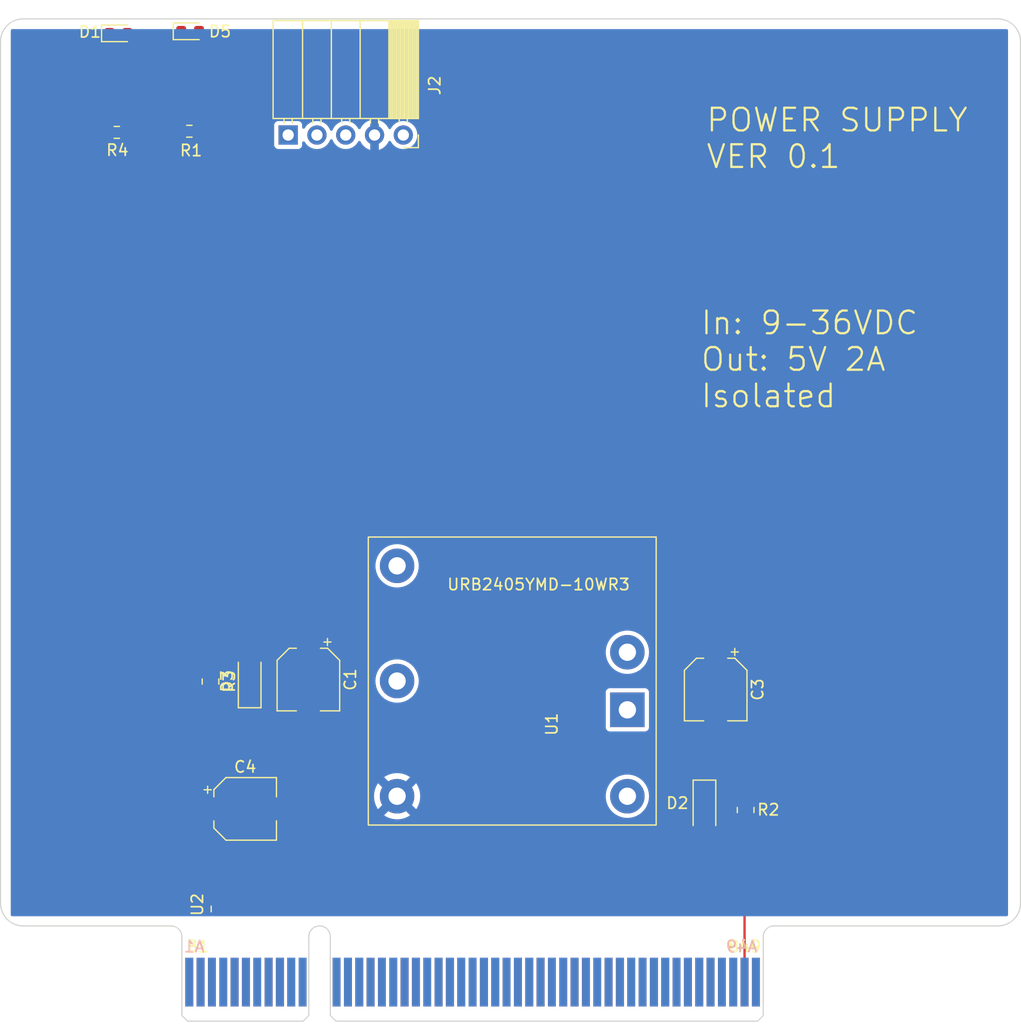
<source format=kicad_pcb>
(kicad_pcb (version 20221018) (generator pcbnew)
  (layers (0 "F.Cu" signal) (31 "B.Cu" signal) (34 "B.Paste" user) (35 "F.Paste" user) (36 "B.SilkS" user "B.Silkscreen") (37 "F.SilkS" user "F.Silkscreen") (38 "B.Mask" user) (39 "F.Mask" user) (44 "Edge.Cuts" user))
  (net 0 "")
  (net 1 "GND")
  (net 2 "Net-(D3-A)")
  (net 13 "Net-(D2-K)")
  (net 14 "/VIN-")
  (net 15 "/+5V")
  (net 16 "/VIN+")
  (net 95 "Net-(D1-A)")
  (net 96 "Net-(D5-A)")
  (footprint "Resistor_SMD:R_0603_1608Metric" (layer "F.Cu") (at 52.1076 -18.3896)
    (fp_text reference "R4" (at 0.0508 1.5748 180) (layer "F.SilkS"))
    (fp_text value "20K")
    (fp_line (start -0.237258 -0.5225) (end 0.237258 -0.5225) (stroke (width 0.12)) (layer "F.SilkS"))
    (fp_line (start -0.237258 0.5225) (end 0.237258 0.5225) (stroke (width 0.12)) (layer "F.SilkS"))
    (pad "1" smd roundrect (at -0.825 0) (size 0.8 0.95) (layers "F.Cu" "F.Paste" "F.Mask") (net 13 "Net-(D2-K)"))
    (pad "2" smd roundrect (at 0.825 0) (size 0.8 0.95) (layers "F.Cu" "F.Paste" "F.Mask") (net 95 "Net-(D1-A)"))
  )
  (footprint "Diode_SMD:D_SOD-123" (layer "F.Cu") (at 103.9622 41.0972 -90)
    (fp_text reference "D2" (at -0.3302 2.3876 -180) (layer "F.SilkS"))
    (fp_text value "B5819W SL")
    (fp_line (start -2.36 -1) (end -2.36 1) (stroke (width 0.12)) (layer "F.SilkS"))
    (fp_line (start -2.36 -1) (end 1.65 -1) (stroke (width 0.12)) (layer "F.SilkS"))
    (fp_line (start -2.36 1) (end 1.65 1) (stroke (width 0.12)) (layer "F.SilkS"))
    (pad "1" smd roundrect (at -1.65 0 270) (size 0.9 1.2) (layers "F.Cu" "F.Paste" "F.Mask") (net 13 "Net-(D2-K)"))
    (pad "2" smd roundrect (at 1.65 0 270) (size 0.9 1.2) (layers "F.Cu" "F.Paste" "F.Mask") (net 16 "/VIN+"))
  )
  (footprint "Resistor_SMD:R_0603_1608Metric" (layer "F.Cu") (at 58.5084 -18.4912 180)
    (fp_text reference "R1" (at -0.1524 -1.7018 180) (layer "F.SilkS"))
    (fp_text value "3K9")
    (fp_line (start -0.237258 -0.5225) (end 0.237258 -0.5225) (stroke (width 0.12)) (layer "F.SilkS"))
    (fp_line (start -0.237258 0.5225) (end 0.237258 0.5225) (stroke (width 0.12)) (layer "F.SilkS"))
    (pad "1" smd roundrect (at -0.825 0 180) (size 0.8 0.95) (layers "F.Cu" "F.Paste" "F.Mask") (net 15 "/+5V"))
    (pad "2" smd roundrect (at 0.825 0 180) (size 0.8 0.95) (layers "F.Cu" "F.Paste" "F.Mask") (net 96 "Net-(D5-A)"))
  )
  (footprint "power_supply:Diodes_UDFN-10_1.0x2.5mm_P0.5mm" (layer "F.Cu") (at 61.7554 49.7135 90)
    (fp_text reference "U2" (at 0 -2.54 90) (layer "F.SilkS"))
    (fp_text value "ESD5344D")
    (fp_line (start -0.14 -1.32) (end -0.64 -1.32) (stroke (width 0.12)) (layer "F.SilkS"))
    (pad "1" smd rect (at -0.4375 -1) (size 0.25 0.675) (layers "F.Cu" "F.Paste" "F.Mask") (net 15 "/+5V"))
    (pad "1" smd rect (at 0.4375 -1) (size 0.25 0.675) (layers "F.Cu" "F.Paste" "F.Mask") (net 15 "/+5V"))
    (pad "2" smd rect (at -0.4375 -0.5) (size 0.25 0.675) (layers "F.Cu" "F.Paste" "F.Mask") (net 15 "/+5V"))
    (pad "2" smd rect (at 0.4375 -0.5) (size 0.25 0.675) (layers "F.Cu" "F.Paste" "F.Mask") (net 15 "/+5V"))
    (pad "3" smd rect (at 0 0) (size 0.4 1.55) (layers "F.Cu" "F.Paste" "F.Mask") (net 1 "GND"))
    (pad "4" smd rect (at -0.4375 0.5) (size 0.25 0.675) (layers "F.Cu" "F.Paste" "F.Mask"))
    (pad "4" smd rect (at 0.4375 0.5) (size 0.25 0.675) (layers "F.Cu" "F.Paste" "F.Mask"))
    (pad "5" smd rect (at -0.4375 1) (size 0.25 0.675) (layers "F.Cu" "F.Paste" "F.Mask"))
    (pad "5" smd rect (at 0.4375 1) (size 0.25 0.675) (layers "F.Cu" "F.Paste" "F.Mask"))
  )
  (footprint "power_supply:PinSocket_1x05_P2.54mm_Horizontal" (layer "F.Cu") (at 77.3884 -18.1552 -90)
    (fp_text reference "J2" (at -4.38 -2.77 -90) (layer "F.SilkS"))
    (fp_text value "Conn_01x05_Socket")
    (fp_line (start -10.09 -1.33) (end -10.09 11.49) (stroke (width 0.12)) (layer "F.SilkS"))
    (fp_line (start -10.09 -1.33) (end -1.46 -1.33) (stroke (width 0.12)) (layer "F.SilkS"))
    (fp_line (start -10.09 -1.21) (end -1.46 -1.21) (stroke (width 0.12)) (layer "F.SilkS"))
    (fp_line (start -10.09 -1.091905) (end -1.46 -1.091905) (stroke (width 0.12)) (layer "F.SilkS"))
    (fp_line (start -10.09 -0.97381) (end -1.46 -0.97381) (stroke (width 0.12)) (layer "F.SilkS"))
    (fp_line (start -10.09 -0.855715) (end -1.46 -0.855715) (stroke (width 0.12)) (layer "F.SilkS"))
    (fp_line (start -10.09 -0.73762) (end -1.46 -0.73762) (stroke (width 0.12)) (layer "F.SilkS"))
    (fp_line (start -10.09 -0.619525) (end -1.46 -0.619525) (stroke (width 0.12)) (layer "F.SilkS"))
    (fp_line (start -10.09 -0.50143) (end -1.46 -0.50143) (stroke (width 0.12)) (layer "F.SilkS"))
    (fp_line (start -10.09 -0.383335) (end -1.46 -0.383335) (stroke (width 0.12)) (layer "F.SilkS"))
    (fp_line (start -10.09 -0.26524) (end -1.46 -0.26524) (stroke (width 0.12)) (layer "F.SilkS"))
    (fp_line (start -10.09 -0.147145) (end -1.46 -0.147145) (stroke (width 0.12)) (layer "F.SilkS"))
    (fp_line (start -10.09 -0.02905) (end -1.46 -0.02905) (stroke (width 0.12)) (layer "F.SilkS"))
    (fp_line (start -10.09 0.089045) (end -1.46 0.089045) (stroke (width 0.12)) (layer "F.SilkS"))
    (fp_line (start -10.09 0.20714) (end -1.46 0.20714) (stroke (width 0.12)) (layer "F.SilkS"))
    (fp_line (start -10.09 0.325235) (end -1.46 0.325235) (stroke (width 0.12)) (layer "F.SilkS"))
    (fp_line (start -10.09 0.44333) (end -1.46 0.44333) (stroke (width 0.12)) (layer "F.SilkS"))
    (fp_line (start -10.09 0.561425) (end -1.46 0.561425) (stroke (width 0.12)) (layer "F.SilkS"))
    (fp_line (start -10.09 0.67952) (end -1.46 0.67952) (stroke (width 0.12)) (layer "F.SilkS"))
    (fp_line (start -10.09 0.797615) (end -1.46 0.797615) (stroke (width 0.12)) (layer "F.SilkS"))
    (fp_line (start -10.09 0.91571) (end -1.46 0.91571) (stroke (width 0.12)) (layer "F.SilkS"))
    (fp_line (start -10.09 1.033805) (end -1.46 1.033805) (stroke (width 0.12)) (layer "F.SilkS"))
    (fp_line (start -10.09 1.1519) (end -1.46 1.1519) (stroke (width 0.12)) (layer "F.SilkS"))
    (fp_line (start -10.09 1.27) (end -1.46 1.27) (stroke (width 0.12)) (layer "F.SilkS"))
    (fp_line (start -10.09 3.81) (end -1.46 3.81) (stroke (width 0.12)) (layer "F.SilkS"))
    (fp_line (start -10.09 6.35) (end -1.46 6.35) (stroke (width 0.12)) (layer "F.SilkS"))
    (fp_line (start -10.09 8.89) (end -1.46 8.89) (stroke (width 0.12)) (layer "F.SilkS"))
    (fp_line (start -10.09 11.49) (end -1.46 11.49) (stroke (width 0.12)) (layer "F.SilkS"))
    (fp_line (start -1.46 -1.33) (end -1.46 11.49) (stroke (width 0.12)) (layer "F.SilkS"))
    (fp_line (start -1.46 -0.36) (end -1.11 -0.36) (stroke (width 0.12)) (layer "F.SilkS"))
    (fp_line (start -1.46 0.36) (end -1.11 0.36) (stroke (width 0.12)) (layer "F.SilkS"))
    (fp_line (start -1.46 2.18) (end -1.05 2.18) (stroke (width 0.12)) (layer "F.SilkS"))
    (fp_line (start -1.46 2.9) (end -1.05 2.9) (stroke (width 0.12)) (layer "F.SilkS"))
    (fp_line (start -1.46 4.72) (end -1.05 4.72) (stroke (width 0.12)) (layer "F.SilkS"))
    (fp_line (start -1.46 5.44) (end -1.05 5.44) (stroke (width 0.12)) (layer "F.SilkS"))
    (fp_line (start -1.46 7.26) (end -1.05 7.26) (stroke (width 0.12)) (layer "F.SilkS"))
    (fp_line (start -1.46 7.98) (end -1.05 7.98) (stroke (width 0.12)) (layer "F.SilkS"))
    (fp_line (start -1.46 9.8) (end -1.05 9.8) (stroke (width 0.12)) (layer "F.SilkS"))
    (fp_line (start -1.46 10.52) (end -1.05 10.52) (stroke (width 0.12)) (layer "F.SilkS"))
    (fp_line (start 0 -1.33) (end 1.11 -1.33) (stroke (width 0.12)) (layer "F.SilkS"))
    (fp_line (start 1.11 -1.33) (end 1.11 0) (stroke (width 0.12)) (layer "F.SilkS"))
    (pad "1" thru_hole rect (at 0 10.16 270) (size 1.7 1.7) (drill 1) (layers "*.Cu" "*.Mask") (net 14 "/VIN-"))
    (pad "2" thru_hole oval (at 0 7.62 270) (size 1.7 1.7) (drill 1) (layers "*.Cu" "*.Mask") (net 16 "/VIN+"))
    (pad "3" thru_hole oval (at 0 5.08 270) (size 1.7 1.7) (drill 1) (layers "*.Cu" "*.Mask"))
    (pad "4" thru_hole oval (at 0 2.54 270) (size 1.7 1.7) (drill 1) (layers "*.Cu" "*.Mask") (net 1 "GND"))
    (pad "5" thru_hole circle (at 0 0 270) (size 1.7 1.7) (drill 1) (layers "*.Cu" "*.Mask") (net 15 "/+5V"))
  )
  (footprint "power_supply:CP_Elec_5x5.4_JLCPCB" (layer "F.Cu") (at 104.9528 30.7496 90)
    (fp_text reference "C3" (at 0 3.7 90) (layer "F.SilkS"))
    (fp_text value "100uf 35V")
    (fp_line (start -2.76 -2.76) (end -2.76 -1.06) (stroke (width 0.12)) (layer "F.SilkS"))
    (fp_line (start -2.76 2.76) (end -2.76 1.06) (stroke (width 0.12)) (layer "F.SilkS"))
    (fp_line (start 1.695563 -2.76) (end -2.76 -2.76) (stroke (width 0.12)) (layer "F.SilkS"))
    (fp_line (start 1.695563 2.76) (end -2.76 2.76) (stroke (width 0.12)) (layer "F.SilkS"))
    (fp_line (start 2.76 -1.695563) (end 1.695563 -2.76) (stroke (width 0.12)) (layer "F.SilkS"))
    (fp_line (start 2.76 -1.695563) (end 2.76 -1.06) (stroke (width 0.12)) (layer "F.SilkS"))
    (fp_line (start 2.76 1.695563) (end 1.695563 2.76) (stroke (width 0.12)) (layer "F.SilkS"))
    (fp_line (start 2.76 1.695563) (end 2.76 1.06) (stroke (width 0.12)) (layer "F.SilkS"))
    (fp_line (start 3.3125 1.9975) (end 3.3125 1.3725) (stroke (width 0.12)) (layer "F.SilkS"))
    (fp_line (start 3.625 1.685) (end 3 1.685) (stroke (width 0.12)) (layer "F.SilkS"))
    (pad "1" smd roundrect (at 2.2 0 270) (size 3 1.6) (layers "F.Cu" "F.Paste" "F.Mask") (roundrect_rratio 0.15625) (net 13 "Net-(D2-K)"))
    (pad "2" smd roundrect (at -2.2 0 270) (size 3 1.6) (layers "F.Cu" "F.Paste" "F.Mask") (roundrect_rratio 0.15625) (net 14 "/VIN-"))
  )
  (footprint "LED_SMD:LED_0603_1608Metric" (layer "F.Cu") (at 52.2478 -27.1272)
    (fp_text reference "D1" (at -2.5146 -0.127 180) (layer "F.SilkS"))
    (fp_text value "LED")
    (fp_line (start -1.485 -0.735) (end -1.485 0.735) (stroke (width 0.12)) (layer "F.SilkS"))
    (fp_line (start -1.485 0.735) (end 0.8 0.735) (stroke (width 0.12)) (layer "F.SilkS"))
    (fp_line (start 0.8 -0.735) (end -1.485 -0.735) (stroke (width 0.12)) (layer "F.SilkS"))
    (pad "1" smd roundrect (at -0.7875 0) (size 0.875 0.95) (layers "F.Cu" "F.Paste" "F.Mask") (net 14 "/VIN-"))
    (pad "2" smd roundrect (at 0.7875 0) (size 0.875 0.95) (layers "F.Cu" "F.Paste" "F.Mask") (net 95 "Net-(D1-A)"))
  )
  (footprint "Resistor_SMD:R_0805_2012Metric" (layer "F.Cu") (at 60.3758 30.0463 -90)
    (fp_text reference "R3" (at 0 -1.65 90) (layer "F.SilkS"))
    (fp_text value "0R")
    (fp_line (start -0.227064 -0.735) (end 0.227064 -0.735) (stroke (width 0.12)) (layer "F.SilkS"))
    (fp_line (start -0.227064 0.735) (end 0.227064 0.735) (stroke (width 0.12)) (layer "F.SilkS"))
    (pad "1" smd roundrect (at -0.9125 0 270) (size 1.025 1.4) (layers "F.Cu" "F.Paste" "F.Mask") (roundrect_rratio 0.243902) (net 2 "Net-(D3-A)"))
    (pad "2" smd roundrect (at 0.9125 0 270) (size 1.025 1.4) (layers "F.Cu" "F.Paste" "F.Mask") (roundrect_rratio 0.243902) (net 15 "/+5V"))
  )
  (footprint "power_supply:pcie_98_edge" (layer "F.Cu") (at 70 60)
    (fp_text reference "J1" hide)
    (fp_text value "pcie_98")
    (fp_text user "A1" (at -10.06 -6 unlocked) (layer "B.SilkS") (effects (justify left bottom mirror)))
    (fp_text user "A49" (at 38.73 -6 unlocked) (layer "B.SilkS") (effects (justify left bottom mirror)))
    (fp_text user "B1" (at -11.82 -6 unlocked) (layer "F.SilkS") (effects (justify left bottom)))
    (fp_text user "B49" (at 35.93 -6 unlocked) (layer "F.SilkS") (effects (justify left bottom)))
    (fp_line (start -12.15 -7.45) (end -12.15 -0.5) (stroke (width 0.1)) (layer "Edge.Cuts"))
    (fp_line (start -12.15 -0.5) (end -11.65 0) (stroke (width 0.1)) (layer "Edge.Cuts"))
    (fp_line (start -11.65 0) (end -1.45 0) (stroke (width 0.1)) (layer "Edge.Cuts"))
    (fp_line (start -0.95 -7.45) (end -0.95 -0.5) (stroke (width 0.1)) (layer "Edge.Cuts"))
    (fp_line (start -0.95 -0.5) (end -1.45 0) (stroke (width 0.1)) (layer "Edge.Cuts"))
    (fp_line (start 0.95 -7.45) (end 0.95 -0.5) (stroke (width 0.1)) (layer "Edge.Cuts"))
    (fp_line (start 0.95 -0.5) (end 1.45 0) (stroke (width 0.1)) (layer "Edge.Cuts"))
    (fp_line (start 1.45 0) (end 38.65 0) (stroke (width 0.1)) (layer "Edge.Cuts"))
    (fp_line (start 39.15 -7.45) (end 39.15 -0.5) (stroke (width 0.1)) (layer "Edge.Cuts"))
    (fp_line (start 39.15 -0.5) (end 38.65 0) (stroke (width 0.1)) (layer "Edge.Cuts"))
    (fp_arc (start -13.1 -8.4) (mid -12.428248 -8.121752) (end -12.15 -7.45) (stroke (width 0.1)) (layer "Edge.Cuts"))
    (fp_arc (start -0.95 -7.45) (mid 0 -8.4) (end 0.95 -7.45) (stroke (width 0.1)) (layer "Edge.Cuts"))
    (fp_arc (start 39.15 -7.45) (mid 39.428249 -8.121751) (end 40.1 -8.4) (stroke (width 0.1)) (layer "Edge.Cuts"))
    (pad "A1" connect rect locked (at -11.5 -3.45) (size 0.7 4.3) (layers "B.Cu" "B.Mask") (net 1 "GND"))
    (pad "A2" connect rect locked (at -10.5 -3.45) (size 0.7 4.3) (layers "B.Cu" "B.Mask") (net 1 "GND"))
    (pad "A3" connect rect locked (at -9.5 -3.45) (size 0.7 4.3) (layers "B.Cu" "B.Mask") (net 1 "GND"))
    (pad "A4" connect rect locked (at -8.5 -3.45) (size 0.7 4.3) (layers "B.Cu" "B.Mask") (net 1 "GND"))
    (pad "A5" connect rect locked (at -7.5 -3.45) (size 0.7 4.3) (layers "B.Cu" "B.Mask"))
    (pad "A6" connect rect locked (at -6.5 -3.45) (size 0.7 4.3) (layers "B.Cu" "B.Mask"))
    (pad "A7" connect rect locked (at -5.5 -3.45) (size 0.7 4.3) (layers "B.Cu" "B.Mask"))
    (pad "A8" connect rect locked (at -4.5 -3.45) (size 0.7 4.3) (layers "B.Cu" "B.Mask"))
    (pad "A9" connect rect locked (at -3.5 -3.45) (size 0.7 4.3) (layers "B.Cu" "B.Mask"))
    (pad "A10" connect rect locked (at -2.5 -3.45) (size 0.7 4.3) (layers "B.Cu" "B.Mask"))
    (pad "A11" connect rect locked (at -1.5 -3.45) (size 0.7 4.3) (layers "B.Cu" "B.Mask"))
    (pad "A12" connect rect locked (at 1.5 -3.45) (size 0.7 4.3) (layers "B.Cu" "B.Mask"))
    (pad "A13" connect rect locked (at 2.5 -3.45) (size 0.7 4.3) (layers "B.Cu" "B.Mask"))
    (pad "A14" connect rect locked (at 3.5 -3.45) (size 0.7 4.3) (layers "B.Cu" "B.Mask"))
    (pad "A15" connect rect locked (at 4.5 -3.45) (size 0.7 4.3) (layers "B.Cu" "B.Mask"))
    (pad "A16" connect rect locked (at 5.5 -3.45) (size 0.7 4.3) (layers "B.Cu" "B.Mask"))
    (pad "A17" connect rect locked (at 6.5 -3.45) (size 0.7 4.3) (layers "B.Cu" "B.Mask"))
    (pad "A18" connect rect locked (at 7.5 -3.45) (size 0.7 4.3) (layers "B.Cu" "B.Mask"))
    (pad "A19" connect rect locked (at 8.5 -3.45) (size 0.7 4.3) (layers "B.Cu" "B.Mask"))
    (pad "A20" connect rect locked (at 9.5 -3.45) (size 0.7 4.3) (layers "B.Cu" "B.Mask"))
    (pad "A21" connect rect locked (at 10.5 -3.45) (size 0.7 4.3) (layers "B.Cu" "B.Mask"))
    (pad "A22" connect rect locked (at 11.5 -3.45) (size 0.7 4.3) (layers "B.Cu" "B.Mask"))
    (pad "A23" connect rect locked (at 12.5 -3.45) (size 0.7 4.3) (layers "B.Cu" "B.Mask"))
    (pad "A24" connect rect locked (at 13.5 -3.45) (size 0.7 4.3) (layers "B.Cu" "B.Mask"))
    (pad "A25" connect rect locked (at 14.5 -3.45) (size 0.7 4.3) (layers "B.Cu" "B.Mask"))
    (pad "A26" connect rect locked (at 15.5 -3.45) (size 0.7 4.3) (layers "B.Cu" "B.Mask"))
    (pad "A27" connect rect locked (at 16.5 -3.45) (size 0.7 4.3) (layers "B.Cu" "B.Mask"))
    (pad "A28" connect rect locked (at 17.5 -3.45) (size 0.7 4.3) (layers "B.Cu" "B.Mask"))
    (pad "A29" connect rect locked (at 18.5 -3.45) (size 0.7 4.3) (layers "B.Cu" "B.Mask"))
    (pad "A30" connect rect locked (at 19.5 -3.45) (size 0.7 4.3) (layers "B.Cu" "B.Mask"))
    (pad "A31" connect rect locked (at 20.5 -3.45) (size 0.7 4.3) (layers "B.Cu" "B.Mask"))
    (pad "A32" connect rect locked (at 21.5 -3.45) (size 0.7 4.3) (layers "B.Cu" "B.Mask"))
    (pad "A33" connect rect locked (at 22.5 -3.45) (size 0.7 4.3) (layers "B.Cu" "B.Mask"))
    (pad "A34" connect rect locked (at 23.5 -3.45) (size 0.7 4.3) (layers "B.Cu" "B.Mask"))
    (pad "A35" connect rect locked (at 24.5 -3.45) (size 0.7 4.3) (layers "B.Cu" "B.Mask"))
    (pad "A36" connect rect locked (at 25.5 -3.45) (size 0.7 4.3) (layers "B.Cu" "B.Mask"))
    (pad "A37" connect rect locked (at 26.5 -3.45) (size 0.7 4.3) (layers "B.Cu" "B.Mask"))
    (pad "A38" connect rect locked (at 27.5 -3.45) (size 0.7 4.3) (layers "B.Cu" "B.Mask"))
    (pad "A39" connect rect locked (at 28.5 -3.45) (size 0.7 4.3) (layers "B.Cu" "B.Mask"))
    (pad "A40" connect rect locked (at 29.5 -3.45) (size 0.7 4.3) (layers "B.Cu" "B.Mask"))
    (pad "A41" connect rect locked (at 30.5 -3.45) (size 0.7 4.3) (layers "B.Cu" "B.Mask"))
    (pad "A42" connect rect locked (at 31.5 -3.45) (size 0.7 4.3) (layers "B.Cu" "B.Mask"))
    (pad "A43" connect rect locked (at 32.5 -3.45) (size 0.7 4.3) (layers "B.Cu" "B.Mask"))
    (pad "A44" connect rect locked (at 33.5 -3.45) (size 0.7 4.3) (layers "B.Cu" "B.Mask"))
    (pad "A45" connect rect locked (at 34.5 -3.45) (size 0.7 4.3) (layers "B.Cu" "B.Mask"))
    (pad "A46" connect rect locked (at 35.5 -3.45) (size 0.7 4.3) (layers "B.Cu" "B.Mask"))
    (pad "A47" connect rect locked (at 36.5 -3.45) (size 0.7 4.3) (layers "B.Cu" "B.Mask"))
    (pad "A48" connect rect locked (at 37.5 -3.45) (size 0.7 4.3) (layers "B.Cu" "B.Mask") (net 14 "/VIN-"))
    (pad "A49" connect rect locked (at 38.5 -3.45) (size 0.7 4.3) (layers "B.Cu" "B.Mask") (net 14 "/VIN-"))
    (pad "B1" connect rect locked (at -11.5 -3.45) (size 0.7 4.3) (layers "F.Cu" "F.Mask") (net 15 "/+5V"))
    (pad "B2" connect rect locked (at -10.5 -3.45) (size 0.7 4.3) (layers "F.Cu" "F.Mask") (net 15 "/+5V"))
    (pad "B3" connect rect locked (at -9.5 -3.45) (size 0.7 4.3) (layers "F.Cu" "F.Mask") (net 15 "/+5V"))
    (pad "B4" connect rect locked (at -8.5 -3.45) (size 0.7 4.3) (layers "F.Cu" "F.Mask") (net 15 "/+5V"))
    (pad "B5" connect rect locked (at -7.5 -3.45) (size 0.7 4.3) (layers "F.Cu" "F.Mask"))
    (pad "B6" connect rect locked (at -6.5 -3.45) (size 0.7 4.3) (layers "F.Cu" "F.Mask"))
    (pad "B7" connect rect locked (at -5.5 -3.45) (size 0.7 4.3) (layers "F.Cu" "F.Mask"))
    (pad "B8" connect rect locked (at -4.5 -3.45) (size 0.7 4.3) (layers "F.Cu" "F.Mask"))
    (pad "B9" connect rect locked (at -3.5 -3.45) (size 0.7 4.3) (layers "F.Cu" "F.Mask"))
    (pad "B10" connect rect locked (at -2.5 -3.45) (size 0.7 4.3) (layers "F.Cu" "F.Mask"))
    (pad "B11" connect rect locked (at -1.5 -3.45) (size 0.7 4.3) (layers "F.Cu" "F.Mask"))
    (pad "B12" connect rect locked (at 1.5 -3.45) (size 0.7 4.3) (layers "F.Cu" "F.Mask"))
    (pad "B13" connect rect locked (at 2.5 -3.45) (size 0.7 4.3) (layers "F.Cu" "F.Mask"))
    (pad "B14" connect rect locked (at 3.5 -3.45) (size 0.7 4.3) (layers "F.Cu" "F.Mask"))
    (pad "B15" connect rect locked (at 4.5 -3.45) (size 0.7 4.3) (layers "F.Cu" "F.Mask"))
    (pad "B16" connect rect locked (at 5.5 -3.45) (size 0.7 4.3) (layers "F.Cu" "F.Mask"))
    (pad "B17" connect rect locked (at 6.5 -3.45) (size 0.7 4.3) (layers "F.Cu" "F.Mask"))
    (pad "B18" connect rect locked (at 7.5 -3.45) (size 0.7 4.3) (layers "F.Cu" "F.Mask"))
    (pad "B19" connect rect locked (at 8.5 -3.45) (size 0.7 4.3) (layers "F.Cu" "F.Mask"))
    (pad "B20" connect rect locked (at 9.5 -3.45) (size 0.7 4.3) (layers "F.Cu" "F.Mask"))
    (pad "B21" connect rect locked (at 10.5 -3.45) (size 0.7 4.3) (layers "F.Cu" "F.Mask"))
    (pad "B22" connect rect locked (at 11.5 -3.45) (size 0.7 4.3) (layers "F.Cu" "F.Mask"))
    (pad "B23" connect rect locked (at 12.5 -3.45) (size 0.7 4.3) (layers "F.Cu" "F.Mask"))
    (pad "B24" connect rect locked (at 13.5 -3.45) (size 0.7 4.3) (layers "F.Cu" "F.Mask"))
    (pad "B25" connect rect locked (at 14.5 -3.45) (size 0.7 4.3) (layers "F.Cu" "F.Mask"))
    (pad "B26" connect rect locked (at 15.5 -3.45) (size 0.7 4.3) (layers "F.Cu" "F.Mask"))
    (pad "B27" connect rect locked (at 16.5 -3.45) (size 0.7 4.3) (layers "F.Cu" "F.Mask"))
    (pad "B28" connect rect locked (at 17.5 -3.45) (size 0.7 4.3) (layers "F.Cu" "F.Mask"))
    (pad "B29" connect rect locked (at 18.5 -3.45) (size 0.7 4.3) (layers "F.Cu" "F.Mask"))
    (pad "B30" connect rect locked (at 19.5 -3.45) (size 0.7 4.3) (layers "F.Cu" "F.Mask"))
    (pad "B31" connect rect locked (at 20.5 -3.45) (size 0.7 4.3) (layers "F.Cu" "F.Mask"))
    (pad "B32" connect rect locked (at 21.5 -3.45) (size 0.7 4.3) (layers "F.Cu" "F.Mask"))
    (pad "B33" connect rect locked (at 22.5 -3.45) (size 0.7 4.3) (layers "F.Cu" "F.Mask"))
    (pad "B34" connect rect locked (at 23.5 -3.45) (size 0.7 4.3) (layers "F.Cu" "F.Mask"))
    (pad "B35" connect rect locked (at 24.5 -3.45) (size 0.7 4.3) (layers "F.Cu" "F.Mask"))
    (pad "B36" connect rect locked (at 25.5 -3.45) (size 0.7 4.3) (layers "F.Cu" "F.Mask"))
    (pad "B37" connect rect locked (at 26.5 -3.45) (size 0.7 4.3) (layers "F.Cu" "F.Mask"))
    (pad "B38" connect rect locked (at 27.5 -3.45) (size 0.7 4.3) (layers "F.Cu" "F.Mask"))
    (pad "B39" connect rect locked (at 28.5 -3.45) (size 0.7 4.3) (layers "F.Cu" "F.Mask"))
    (pad "B40" connect rect locked (at 29.5 -3.45) (size 0.7 4.3) (layers "F.Cu" "F.Mask"))
    (pad "B41" connect rect locked (at 30.5 -3.45) (size 0.7 4.3) (layers "F.Cu" "F.Mask"))
    (pad "B42" connect rect locked (at 31.5 -3.45) (size 0.7 4.3) (layers "F.Cu" "F.Mask"))
    (pad "B43" connect rect locked (at 32.5 -3.45) (size 0.7 4.3) (layers "F.Cu" "F.Mask"))
    (pad "B44" connect rect locked (at 33.5 -3.45) (size 0.7 4.3) (layers "F.Cu" "F.Mask"))
    (pad "B45" connect rect locked (at 34.5 -3.45) (size 0.7 4.3) (layers "F.Cu" "F.Mask"))
    (pad "B46" connect rect locked (at 35.5 -3.45) (size 0.7 4.3) (layers "F.Cu" "F.Mask"))
    (pad "B47" connect rect locked (at 36.5 -3.45) (size 0.7 4.3) (layers "F.Cu" "F.Mask"))
    (pad "B48" connect rect locked (at 37.5 -3.45) (size 0.7 4.3) (layers "F.Cu" "F.Mask") (net 16 "/VIN+"))
    (pad "B49" connect rect locked (at 38.5 -3.45) (size 0.7 4.3) (layers "F.Cu" "F.Mask") (net 16 "/VIN+"))
  )
  (footprint "LED_SMD:LED_0603_1608Metric" (layer "F.Cu") (at 58.5724 -27.305)
    (fp_text reference "D5" (at 2.6416 0.0254 180) (layer "F.SilkS"))
    (fp_text value "LED")
    (fp_line (start -1.485 -0.735) (end -1.485 0.735) (stroke (width 0.12)) (layer "F.SilkS"))
    (fp_line (start -1.485 0.735) (end 0.8 0.735) (stroke (width 0.12)) (layer "F.SilkS"))
    (fp_line (start 0.8 -0.735) (end -1.485 -0.735) (stroke (width 0.12)) (layer "F.SilkS"))
    (pad "1" smd roundrect (at -0.7875 0) (size 0.875 0.95) (layers "F.Cu" "F.Paste" "F.Mask") (net 1 "GND"))
    (pad "2" smd roundrect (at 0.7875 0) (size 0.875 0.95) (layers "F.Cu" "F.Paste" "F.Mask") (net 96 "Net-(D5-A)"))
  )
  (footprint "power_supply:CP_Elec_5x5.4_JLCPCB" (layer "F.Cu") (at 69.0118 29.8704 90)
    (fp_text reference "C1" (at 0 3.7 90) (layer "F.SilkS"))
    (fp_text value "100uf")
    (fp_line (start -2.76 -2.76) (end -2.76 -1.06) (stroke (width 0.12)) (layer "F.SilkS"))
    (fp_line (start -2.76 2.76) (end -2.76 1.06) (stroke (width 0.12)) (layer "F.SilkS"))
    (fp_line (start 1.695563 -2.76) (end -2.76 -2.76) (stroke (width 0.12)) (layer "F.SilkS"))
    (fp_line (start 1.695563 2.76) (end -2.76 2.76) (stroke (width 0.12)) (layer "F.SilkS"))
    (fp_line (start 2.76 -1.695563) (end 1.695563 -2.76) (stroke (width 0.12)) (layer "F.SilkS"))
    (fp_line (start 2.76 -1.695563) (end 2.76 -1.06) (stroke (width 0.12)) (layer "F.SilkS"))
    (fp_line (start 2.76 1.695563) (end 1.695563 2.76) (stroke (width 0.12)) (layer "F.SilkS"))
    (fp_line (start 2.76 1.695563) (end 2.76 1.06) (stroke (width 0.12)) (layer "F.SilkS"))
    (fp_line (start 3.3125 1.9975) (end 3.3125 1.3725) (stroke (width 0.12)) (layer "F.SilkS"))
    (fp_line (start 3.625 1.685) (end 3 1.685) (stroke (width 0.12)) (layer "F.SilkS"))
    (pad "1" smd roundrect (at 2.2 0 270) (size 3 1.6) (layers "F.Cu" "F.Paste" "F.Mask") (roundrect_rratio 0.15625) (net 2 "Net-(D3-A)"))
    (pad "2" smd roundrect (at -2.2 0 270) (size 3 1.6) (layers "F.Cu" "F.Paste" "F.Mask") (roundrect_rratio 0.15625) (net 1 "GND"))
  )
  (footprint "Diode_SMD:D_SOD-123" (layer "F.Cu") (at 63.8302 29.9974 90)
    (fp_text reference "D3" (at 0 -2 90) (layer "F.SilkS"))
    (fp_text value "B5819W SL")
    (fp_line (start -2.36 -1) (end -2.36 1) (stroke (width 0.12)) (layer "F.SilkS"))
    (fp_line (start -2.36 -1) (end 1.65 -1) (stroke (width 0.12)) (layer "F.SilkS"))
    (fp_line (start -2.36 1) (end 1.65 1) (stroke (width 0.12)) (layer "F.SilkS"))
    (pad "1" smd roundrect (at -1.65 0 90) (size 0.9 1.2) (layers "F.Cu" "F.Paste" "F.Mask") (net 15 "/+5V"))
    (pad "2" smd roundrect (at 1.65 0 90) (size 0.9 1.2) (layers "F.Cu" "F.Paste" "F.Mask") (net 2 "Net-(D3-A)"))
  )
  (footprint "power_supply:DCDC" (layer "F.Cu") (at 87 30 -90)
    (fp_text reference "U1" (at 3.81 -3.49 90) (layer "F.SilkS"))
    (fp_text value "URB2405YMD-10WR3")
    (fp_rect (start -12.7 -12.7) (end 12.7 12.7) (stroke (width 0.12)) (fill none) (layer "F.SilkS"))
    (pad "1" thru_hole rect (at 2.54 -10.16 270) (size 3.048 3.048) (drill 1.524) (layers "*.Cu" "*.Mask") (net 14 "/VIN-"))
    (pad "2" thru_hole circle (at -2.54 -10.16 270) (size 3.048 3.048) (drill 1.524) (layers "*.Cu" "*.Mask") (net 13 "Net-(D2-K)"))
    (pad "3" thru_hole circle (at -10.16 10.16 270) (size 3.048 3.048) (drill 1.524) (layers "*.Cu" "*.Mask") (net 2 "Net-(D3-A)"))
    (pad "4" thru_hole circle (at 0 10.16 270) (size 3.048 3.048) (drill 1.524) (layers "*.Cu" "*.Mask"))
    (pad "5" thru_hole circle (at 10.16 10.16 270) (size 3.048 3.048) (drill 1.524) (layers "*.Cu" "*.Mask") (net 1 "GND"))
    (pad "6" thru_hole circle (at 10.16 -10.16 270) (size 3.048 3.048) (drill 1.524) (layers "*.Cu" "*.Mask"))
  )
  (footprint "power_supply:CP_Elec_5x5.4_JLCPCB" (layer "F.Cu") (at 63.4336 41.275 180)
    (fp_text reference "C4" (at 0 3.7) (layer "F.SilkS"))
    (fp_text value "100uf")
    (fp_line (start -2.76 -2.76) (end -2.76 -1.06) (stroke (width 0.12)) (layer "F.SilkS"))
    (fp_line (start -2.76 2.76) (end -2.76 1.06) (stroke (width 0.12)) (layer "F.SilkS"))
    (fp_line (start 1.695563 -2.76) (end -2.76 -2.76) (stroke (width 0.12)) (layer "F.SilkS"))
    (fp_line (start 1.695563 2.76) (end -2.76 2.76) (stroke (width 0.12)) (layer "F.SilkS"))
    (fp_line (start 2.76 -1.695563) (end 1.695563 -2.76) (stroke (width 0.12)) (layer "F.SilkS"))
    (fp_line (start 2.76 -1.695563) (end 2.76 -1.06) (stroke (width 0.12)) (layer "F.SilkS"))
    (fp_line (start 2.76 1.695563) (end 1.695563 2.76) (stroke (width 0.12)) (layer "F.SilkS"))
    (fp_line (start 2.76 1.695563) (end 2.76 1.06) (stroke (width 0.12)) (layer "F.SilkS"))
    (fp_line (start 3.3125 1.9975) (end 3.3125 1.3725) (stroke (width 0.12)) (layer "F.SilkS"))
    (fp_line (start 3.625 1.685) (end 3 1.685) (stroke (width 0.12)) (layer "F.SilkS"))
    (pad "1" smd roundrect (at 2.2 0) (size 3 1.6) (layers "F.Cu" "F.Paste" "F.Mask") (roundrect_rratio 0.15625) (net 15 "/+5V"))
    (pad "2" smd roundrect (at -2.2 0) (size 3 1.6) (layers "F.Cu" "F.Paste" "F.Mask") (roundrect_rratio 0.15625) (net 1 "GND"))
  )
  (footprint "Resistor_SMD:R_0805_2012Metric" (layer "F.Cu") (at 107.5944 41.3766 90)
    (fp_text reference "R2" (at 0.0254 2.0066 180) (layer "F.SilkS"))
    (fp_text value "0R")
    (fp_line (start -0.227064 -0.735) (end 0.227064 -0.735) (stroke (width 0.12)) (layer "F.SilkS"))
    (fp_line (start -0.227064 0.735) (end 0.227064 0.735) (stroke (width 0.12)) (layer "F.SilkS"))
    (pad "1" smd roundrect (at -0.9125 0 90) (size 1.025 1.4) (layers "F.Cu" "F.Paste" "F.Mask") (roundrect_rratio 0.243902) (net 16 "/VIN+"))
    (pad "2" smd roundrect (at 0.9125 0 90) (size 1.025 1.4) (layers "F.Cu" "F.Paste" "F.Mask") (roundrect_rratio 0.243902) (net 13 "Net-(D2-K)"))
  )
  (gr_arc locked (start 131.85 49.6) (mid 131.264214 51.014214) (end 129.85 51.6) (stroke (width 0.1)) (layer "Edge.Cuts"))
  (gr_arc locked (start 43.85 51.6) (mid 42.435786 51.014214) (end 41.85 49.6) (stroke (width 0.1)) (layer "Edge.Cuts"))
  (gr_line locked (start 129.85 -28.4) (end 43.85 -28.4) (stroke (width 0.1)) (layer "Edge.Cuts"))
  (gr_line locked (start 43.85 51.6) (end 56.9 51.6) (stroke (width 0.1)) (layer "Edge.Cuts"))
  (gr_line locked (start 110.1 51.6) (end 129.85 51.6) (stroke (width 0.1)) (layer "Edge.Cuts"))
  (gr_line locked (start 41.85 -26.4) (end 41.85 49.6) (stroke (width 0.1)) (layer "Edge.Cuts"))
  (gr_arc locked (start 41.85 -26.4) (mid 42.435786 -27.814214) (end 43.85 -28.4) (stroke (width 0.1)) (layer "Edge.Cuts"))
  (gr_line locked (start 131.85 49.6) (end 131.85 -26.4) (stroke (width 0.1)) (layer "Edge.Cuts"))
  (gr_arc locked (start 129.85 -28.4) (mid 131.264214 -27.814214) (end 131.85 -26.4) (stroke (width 0.1)) (layer "Edge.Cuts"))
  (gr_text "In: 9-36VDC\nOut: 5V 2A\nIsolated" (at 103.5304 6.0198) (layer "F.SilkS") (effects (font (size 2 2) (thickness 0.2)) (justify left bottom)))
  (gr_text "URB2405YMD-10WR3" (at 81.1784 22.0726) (layer "F.SilkS") (effects (font (size 1 1)) (justify left bottom)))
  (gr_text locked "POWER SUPPLY\nVER 0.1" (at 104.013 -15.0876) (layer "F.SilkS") (effects (font (size 2 2) (thickness 0.2)) (justify left bottom)))
  (segment (start 107.5 56.55) (end 107.5 47.4534) (width 0.2) (layer "F.Cu") (net 16))
  (segment (start 107.5 47.4534) (end 106.172 46.1254) (width 0.2) (layer "F.Cu") (net 16))
  (zone locked (net 1) (net_name "GND") (layer "B.Cu") (connect_pads (clearance 0.381)) (min_thickness 0.254) (fill yes (thermal_gap 0.508) (thermal_bridge_width 0.762))
    (polygon (pts (xy 42.75 -27.5) (xy 130.75 -27.5) (xy 130.75 50.75) (xy 42.75 50.75)))
  )
)
</source>
